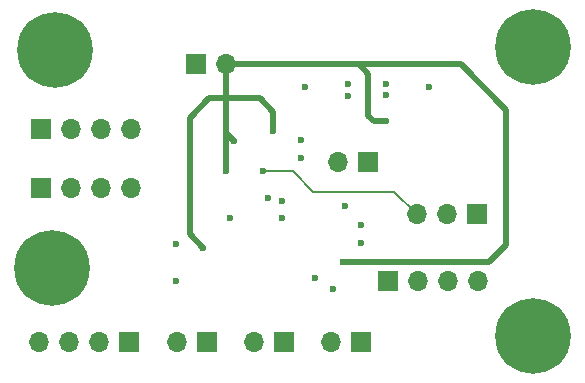
<source format=gbr>
%TF.GenerationSoftware,KiCad,Pcbnew,(6.0.0)*%
%TF.CreationDate,2022-03-17T17:23:03-06:00*%
%TF.ProjectId,FPAA_Starter_Board,46504141-5f53-4746-9172-7465725f426f,rev?*%
%TF.SameCoordinates,Original*%
%TF.FileFunction,Copper,L3,Inr*%
%TF.FilePolarity,Positive*%
%FSLAX46Y46*%
G04 Gerber Fmt 4.6, Leading zero omitted, Abs format (unit mm)*
G04 Created by KiCad (PCBNEW (6.0.0)) date 2022-03-17 17:23:03*
%MOMM*%
%LPD*%
G01*
G04 APERTURE LIST*
%TA.AperFunction,ComponentPad*%
%ADD10R,1.700000X1.700000*%
%TD*%
%TA.AperFunction,ComponentPad*%
%ADD11O,1.700000X1.700000*%
%TD*%
%TA.AperFunction,ComponentPad*%
%ADD12C,0.800000*%
%TD*%
%TA.AperFunction,ComponentPad*%
%ADD13C,6.400000*%
%TD*%
%TA.AperFunction,ViaPad*%
%ADD14C,0.600000*%
%TD*%
%TA.AperFunction,Conductor*%
%ADD15C,0.508000*%
%TD*%
%TA.AperFunction,Conductor*%
%ADD16C,0.203200*%
%TD*%
G04 APERTURE END LIST*
D10*
%TO.N,Net-(C11-Pad1)*%
%TO.C,J10*%
X132500000Y-102750000D03*
D11*
%TO.N,/ACLK*%
X129960000Y-102750000D03*
%TD*%
D12*
%TO.N,unconnected-(H3-Pad1)*%
%TO.C,H3*%
X148197056Y-91302944D03*
X144802944Y-94697056D03*
D13*
X146500000Y-93000000D03*
D12*
X144802944Y-91302944D03*
X146500000Y-90600000D03*
X148197056Y-94697056D03*
X144100000Y-93000000D03*
X148900000Y-93000000D03*
X146500000Y-95400000D03*
%TD*%
D10*
%TO.N,/I2P*%
%TO.C,J4*%
X104880000Y-105000000D03*
D11*
%TO.N,/I2N*%
X107420000Y-105000000D03*
%TO.N,/O2N*%
X109960000Y-105000000D03*
%TO.N,/O2P*%
X112500000Y-105000000D03*
%TD*%
D12*
%TO.N,unconnected-(H2-Pad1)*%
%TO.C,H2*%
X103600000Y-93250000D03*
X104302944Y-94947056D03*
X106000000Y-95650000D03*
X107697056Y-91552944D03*
X107697056Y-94947056D03*
X106000000Y-90850000D03*
D13*
X106000000Y-93250000D03*
D12*
X104302944Y-91552944D03*
X108400000Y-93250000D03*
%TD*%
D10*
%TO.N,/IO5N*%
%TO.C,J5*%
X118860000Y-118010000D03*
D11*
%TO.N,/IO5P*%
X116320000Y-118010000D03*
%TD*%
D10*
%TO.N,GND*%
%TO.C,J1*%
X117960000Y-94500000D03*
D11*
%TO.N,+3V3*%
X120500000Y-94500000D03*
%TD*%
D12*
%TO.N,unconnected-(H4-Pad1)*%
%TO.C,H4*%
X148900000Y-117500000D03*
X146500000Y-115100000D03*
D13*
X146500000Y-117500000D03*
D12*
X144802944Y-119197056D03*
X146500000Y-119900000D03*
X144802944Y-115802944D03*
X148197056Y-115802944D03*
X144100000Y-117500000D03*
X148197056Y-119197056D03*
%TD*%
D10*
%TO.N,/IO7N*%
%TO.C,J9*%
X131950000Y-118010000D03*
D11*
%TO.N,/IO7P*%
X129410000Y-118010000D03*
%TD*%
D10*
%TO.N,/O3P*%
%TO.C,J7*%
X112300000Y-118000000D03*
D11*
%TO.N,/O3N*%
X109760000Y-118000000D03*
%TO.N,/I3N*%
X107220000Y-118000000D03*
%TO.N,/I3P*%
X104680000Y-118000000D03*
%TD*%
D10*
%TO.N,/SELb*%
%TO.C,J2*%
X141750000Y-107200000D03*
D11*
%TO.N,/SCLK*%
X139210000Y-107200000D03*
%TO.N,/MOSI*%
X136670000Y-107200000D03*
%TD*%
D10*
%TO.N,/I4P*%
%TO.C,J8*%
X134200000Y-112800000D03*
D11*
%TO.N,/I4N*%
X136740000Y-112800000D03*
%TO.N,/O4N*%
X139280000Y-112800000D03*
%TO.N,/O4P*%
X141820000Y-112800000D03*
%TD*%
D13*
%TO.N,unconnected-(H1-Pad1)*%
%TO.C,H1*%
X105750000Y-111750000D03*
D12*
X105750000Y-114150000D03*
X104052944Y-110052944D03*
X107447056Y-113447056D03*
X103350000Y-111750000D03*
X105750000Y-109350000D03*
X108150000Y-111750000D03*
X107447056Y-110052944D03*
X104052944Y-113447056D03*
%TD*%
D10*
%TO.N,/IO6N*%
%TO.C,J6*%
X125390000Y-118020000D03*
D11*
%TO.N,/IO6P*%
X122850000Y-118020000D03*
%TD*%
D10*
%TO.N,/O1P*%
%TO.C,J3*%
X104830000Y-100000000D03*
D11*
%TO.N,/O1N*%
X107370000Y-100000000D03*
%TO.N,/I1N*%
X109910000Y-100000000D03*
%TO.N,/I1P*%
X112450000Y-100000000D03*
%TD*%
D14*
%TO.N,GND*%
X125275000Y-107525000D03*
X125260000Y-106035000D03*
X116275000Y-109710000D03*
X129575000Y-113525000D03*
X116240000Y-112800000D03*
X134025000Y-96200000D03*
X124050000Y-105775000D03*
X131925000Y-109625000D03*
X130875000Y-96200000D03*
X130875000Y-97150000D03*
X127225000Y-96425000D03*
X126860000Y-100910000D03*
X134025000Y-97050000D03*
X130600000Y-106525000D03*
X131900000Y-108100000D03*
X120825000Y-107525000D03*
X137700000Y-96425000D03*
X126860000Y-102460000D03*
X128050000Y-112575000D03*
%TO.N,+3V3*%
X130375000Y-111200000D03*
X121200000Y-101000000D03*
X124525000Y-100100000D03*
X134025000Y-99325000D03*
X118560000Y-110030000D03*
X120525000Y-103550000D03*
%TO.N,/MOSI*%
X123620000Y-103520000D03*
%TD*%
D15*
%TO.N,+3V3*%
X140400000Y-94500000D02*
X131750000Y-94500000D01*
X144250000Y-98350000D02*
X140400000Y-94500000D01*
X144250000Y-109750000D02*
X144250000Y-98350000D01*
X130375000Y-111200000D02*
X142800000Y-111200000D01*
X142800000Y-111200000D02*
X144250000Y-109750000D01*
D16*
%TO.N,/MOSI*%
X127900000Y-105275000D02*
X134745000Y-105275000D01*
X126145000Y-103520000D02*
X127900000Y-105275000D01*
X123620000Y-103520000D02*
X126145000Y-103520000D01*
X134745000Y-105275000D02*
X136670000Y-107200000D01*
D15*
%TO.N,+3V3*%
X117425000Y-99050000D02*
X117425000Y-108895000D01*
X117425000Y-108895000D02*
X118560000Y-110030000D01*
X120500000Y-94500000D02*
X120500000Y-97375000D01*
X120500000Y-97375000D02*
X119100000Y-97375000D01*
X120500000Y-94500000D02*
X131750000Y-94500000D01*
X133050000Y-99325000D02*
X134025000Y-99325000D01*
X124525000Y-98525000D02*
X124525000Y-100100000D01*
X123375000Y-97375000D02*
X124525000Y-98525000D01*
X131750000Y-94500000D02*
X132550000Y-95300000D01*
X120500000Y-103525000D02*
X120525000Y-103550000D01*
X120500000Y-100300000D02*
X120500000Y-97375000D01*
X132550000Y-98825000D02*
X133050000Y-99325000D01*
X119100000Y-97375000D02*
X117425000Y-99050000D01*
X132550000Y-95300000D02*
X132550000Y-98825000D01*
X120500000Y-97375000D02*
X123375000Y-97375000D01*
X120500000Y-100300000D02*
X120500000Y-103525000D01*
X121200000Y-101000000D02*
X120500000Y-100300000D01*
%TD*%
M02*

</source>
